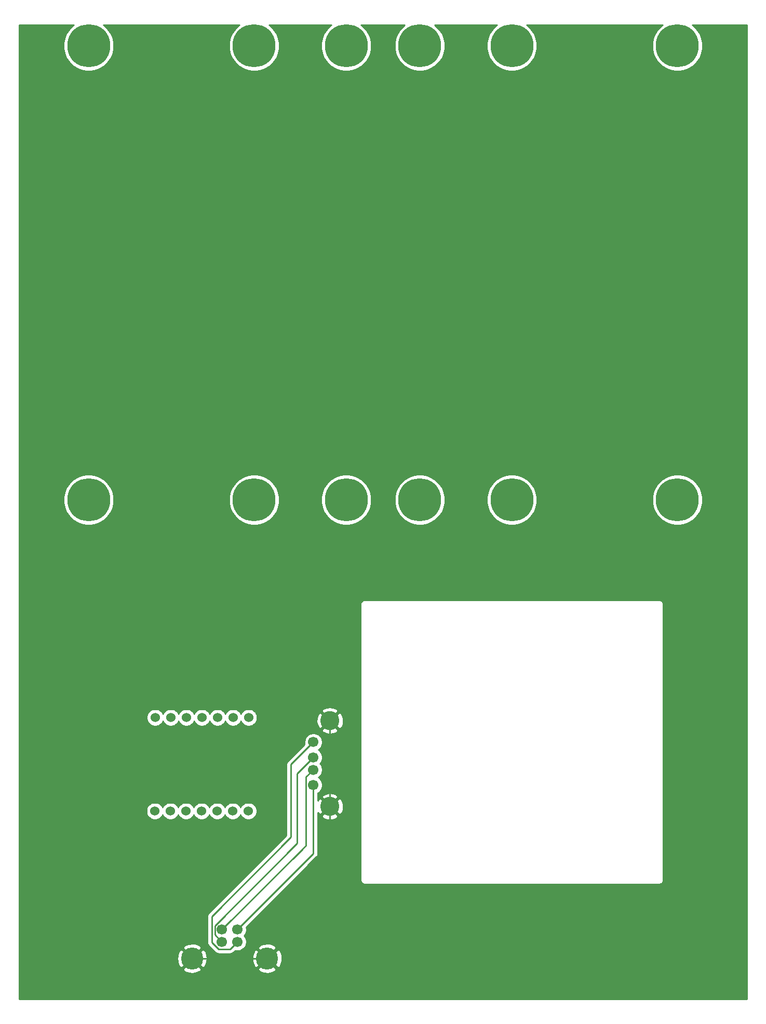
<source format=gtl>
%TF.GenerationSoftware,KiCad,Pcbnew,(5.1.9)-1*%
%TF.CreationDate,2022-01-10T15:29:55-07:00*%
%TF.ProjectId,PCB_01,5043425f-3031-42e6-9b69-6361645f7063,rev?*%
%TF.SameCoordinates,Original*%
%TF.FileFunction,Copper,L1,Top*%
%TF.FilePolarity,Positive*%
%FSLAX46Y46*%
G04 Gerber Fmt 4.6, Leading zero omitted, Abs format (unit mm)*
G04 Created by KiCad (PCBNEW (5.1.9)-1) date 2022-01-10 15:29:55*
%MOMM*%
%LPD*%
G01*
G04 APERTURE LIST*
%TA.AperFunction,ComponentPad*%
%ADD10C,3.600000*%
%TD*%
%TA.AperFunction,ComponentPad*%
%ADD11C,1.700000*%
%TD*%
%TA.AperFunction,ComponentPad*%
%ADD12C,7.000000*%
%TD*%
%TA.AperFunction,ComponentPad*%
%ADD13C,1.524000*%
%TD*%
%TA.AperFunction,ComponentPad*%
%ADD14C,3.100000*%
%TD*%
%TA.AperFunction,Conductor*%
%ADD15C,0.250000*%
%TD*%
%TA.AperFunction,Conductor*%
%ADD16C,0.254000*%
%TD*%
%TA.AperFunction,Conductor*%
%ADD17C,0.100000*%
%TD*%
G04 APERTURE END LIST*
D10*
%TO.P,CN1,5*%
%TO.N,GND*%
X41116000Y-152755000D03*
X28884000Y-152755000D03*
D11*
%TO.P,CN1,2*%
%TO.N,Net-(CN1-Pad2)*%
X33750000Y-148045000D03*
%TO.P,CN1,1*%
%TO.N,Net-(CN1-Pad1)*%
X36250000Y-148045000D03*
%TO.P,CN1,4*%
%TO.N,Net-(CN1-Pad4)*%
X36250000Y-150045000D03*
%TO.P,CN1,3*%
%TO.N,Net-(CN1-Pad3)*%
X33750000Y-150045000D03*
%TD*%
D12*
%TO.P,H1,1*%
%TO.N,N/C*%
X12000000Y-4000000D03*
%TD*%
%TO.P,H2,1*%
%TO.N,N/C*%
X39000000Y-4000000D03*
%TD*%
%TO.P,H3,1*%
%TO.N,N/C*%
X54000000Y-4000000D03*
%TD*%
%TO.P,H4,1*%
%TO.N,N/C*%
X66000000Y-4000000D03*
%TD*%
%TO.P,H5,1*%
%TO.N,N/C*%
X81000000Y-4000000D03*
%TD*%
%TO.P,H6,1*%
%TO.N,N/C*%
X108000000Y-4000000D03*
%TD*%
%TO.P,H7,1*%
%TO.N,N/C*%
X12000000Y-78000000D03*
%TD*%
%TO.P,H8,1*%
%TO.N,N/C*%
X39000000Y-78000000D03*
%TD*%
%TO.P,H9,1*%
%TO.N,N/C*%
X54000000Y-78000000D03*
%TD*%
%TO.P,H10,1*%
%TO.N,N/C*%
X66000000Y-78000000D03*
%TD*%
%TO.P,H11,1*%
%TO.N,N/C*%
X81000000Y-78000000D03*
%TD*%
%TO.P,H12,1*%
%TO.N,N/C*%
X108000000Y-78000000D03*
%TD*%
D13*
%TO.P,J1,1*%
%TO.N,Net-(J1-Pad1)*%
X22860000Y-113490000D03*
%TO.P,J1,2*%
%TO.N,Net-(J1-Pad2)*%
X25400000Y-113490000D03*
%TO.P,J1,3*%
%TO.N,Net-(J1-Pad3)*%
X27940000Y-113490000D03*
%TO.P,J1,4*%
%TO.N,Net-(J1-Pad4)*%
X30480000Y-113490000D03*
%TO.P,J1,5*%
%TO.N,Net-(J1-Pad5)*%
X33020000Y-113490000D03*
%TO.P,J1,6*%
%TO.N,Net-(J1-Pad6)*%
X35560000Y-113490000D03*
%TO.P,J1,7*%
%TO.N,Net-(J1-Pad7)*%
X38100000Y-113490000D03*
%TD*%
%TO.P,J2,7*%
%TO.N,Net-(J2-Pad7)*%
X38040000Y-128730000D03*
%TO.P,J2,6*%
%TO.N,Net-(J2-Pad6)*%
X35500000Y-128730000D03*
%TO.P,J2,5*%
%TO.N,Net-(J2-Pad5)*%
X32960000Y-128730000D03*
%TO.P,J2,4*%
%TO.N,Net-(J2-Pad4)*%
X30420000Y-128730000D03*
%TO.P,J2,3*%
%TO.N,Net-(J2-Pad3)*%
X27880000Y-128730000D03*
%TO.P,J2,2*%
%TO.N,Net-(J2-Pad2)*%
X25340000Y-128730000D03*
%TO.P,J2,1*%
%TO.N,Net-(J2-Pad1)*%
X22800000Y-128730000D03*
%TD*%
D11*
%TO.P,USB1,4*%
%TO.N,Net-(CN1-Pad4)*%
X48645000Y-117500000D03*
%TO.P,USB1,3*%
%TO.N,Net-(CN1-Pad3)*%
X48645000Y-120000000D03*
%TO.P,USB1,2*%
%TO.N,Net-(CN1-Pad2)*%
X48645000Y-122000000D03*
%TO.P,USB1,1*%
%TO.N,Net-(CN1-Pad1)*%
X48645000Y-124500000D03*
D14*
%TO.P,USB1,SH2*%
%TO.N,GND*%
X51355000Y-128000000D03*
%TO.P,USB1,SH1*%
X51355000Y-114000000D03*
%TD*%
D15*
%TO.N,GND*%
X51355000Y-114000000D02*
X51355000Y-128000000D01*
X51355000Y-142516000D02*
X41116000Y-152755000D01*
X51355000Y-128000000D02*
X51355000Y-142516000D01*
X41116000Y-152755000D02*
X28884000Y-152755000D01*
%TO.N,Net-(CN1-Pad2)*%
X33750000Y-148045000D02*
X46795000Y-135000000D01*
X47469999Y-134325001D02*
X46795000Y-135000000D01*
X47469999Y-123175001D02*
X47469999Y-134325001D01*
X48645000Y-122000000D02*
X47469999Y-123175001D01*
%TO.N,Net-(CN1-Pad1)*%
X48645000Y-135650000D02*
X36250000Y-148045000D01*
X48645000Y-124500000D02*
X48645000Y-135650000D01*
%TO.N,Net-(CN1-Pad4)*%
X45000000Y-121145000D02*
X48645000Y-117500000D01*
X45000000Y-133000000D02*
X45000000Y-121145000D01*
X32124990Y-145875010D02*
X45000000Y-133000000D01*
X33185999Y-151220001D02*
X32124990Y-150158992D01*
X35074999Y-151220001D02*
X33185999Y-151220001D01*
X32124990Y-150158992D02*
X32124990Y-145875010D01*
X36250000Y-150045000D02*
X35074999Y-151220001D01*
%TO.N,Net-(CN1-Pad3)*%
X32574999Y-148869999D02*
X32574999Y-147425001D01*
X33750000Y-150045000D02*
X32574999Y-148869999D01*
X32574999Y-147425001D02*
X46000000Y-134000000D01*
X46000000Y-122645000D02*
X48645000Y-120000000D01*
X46000000Y-134000000D02*
X46000000Y-122645000D01*
%TD*%
D16*
%TO.N,GND*%
X9364091Y-788136D02*
X8788136Y-1364091D01*
X8335611Y-2041343D01*
X8023906Y-2793865D01*
X7865000Y-3592738D01*
X7865000Y-4407262D01*
X8023906Y-5206135D01*
X8335611Y-5958657D01*
X8788136Y-6635909D01*
X9364091Y-7211864D01*
X10041343Y-7664389D01*
X10793865Y-7976094D01*
X11592738Y-8135000D01*
X12407262Y-8135000D01*
X13206135Y-7976094D01*
X13958657Y-7664389D01*
X14635909Y-7211864D01*
X15211864Y-6635909D01*
X15664389Y-5958657D01*
X15976094Y-5206135D01*
X16135000Y-4407262D01*
X16135000Y-3592738D01*
X15976094Y-2793865D01*
X15664389Y-2041343D01*
X15211864Y-1364091D01*
X14635909Y-788136D01*
X14444140Y-660000D01*
X36555860Y-660000D01*
X36364091Y-788136D01*
X35788136Y-1364091D01*
X35335611Y-2041343D01*
X35023906Y-2793865D01*
X34865000Y-3592738D01*
X34865000Y-4407262D01*
X35023906Y-5206135D01*
X35335611Y-5958657D01*
X35788136Y-6635909D01*
X36364091Y-7211864D01*
X37041343Y-7664389D01*
X37793865Y-7976094D01*
X38592738Y-8135000D01*
X39407262Y-8135000D01*
X40206135Y-7976094D01*
X40958657Y-7664389D01*
X41635909Y-7211864D01*
X42211864Y-6635909D01*
X42664389Y-5958657D01*
X42976094Y-5206135D01*
X43135000Y-4407262D01*
X43135000Y-3592738D01*
X42976094Y-2793865D01*
X42664389Y-2041343D01*
X42211864Y-1364091D01*
X41635909Y-788136D01*
X41444140Y-660000D01*
X51555860Y-660000D01*
X51364091Y-788136D01*
X50788136Y-1364091D01*
X50335611Y-2041343D01*
X50023906Y-2793865D01*
X49865000Y-3592738D01*
X49865000Y-4407262D01*
X50023906Y-5206135D01*
X50335611Y-5958657D01*
X50788136Y-6635909D01*
X51364091Y-7211864D01*
X52041343Y-7664389D01*
X52793865Y-7976094D01*
X53592738Y-8135000D01*
X54407262Y-8135000D01*
X55206135Y-7976094D01*
X55958657Y-7664389D01*
X56635909Y-7211864D01*
X57211864Y-6635909D01*
X57664389Y-5958657D01*
X57976094Y-5206135D01*
X58135000Y-4407262D01*
X58135000Y-3592738D01*
X57976094Y-2793865D01*
X57664389Y-2041343D01*
X57211864Y-1364091D01*
X56635909Y-788136D01*
X56444140Y-660000D01*
X63555860Y-660000D01*
X63364091Y-788136D01*
X62788136Y-1364091D01*
X62335611Y-2041343D01*
X62023906Y-2793865D01*
X61865000Y-3592738D01*
X61865000Y-4407262D01*
X62023906Y-5206135D01*
X62335611Y-5958657D01*
X62788136Y-6635909D01*
X63364091Y-7211864D01*
X64041343Y-7664389D01*
X64793865Y-7976094D01*
X65592738Y-8135000D01*
X66407262Y-8135000D01*
X67206135Y-7976094D01*
X67958657Y-7664389D01*
X68635909Y-7211864D01*
X69211864Y-6635909D01*
X69664389Y-5958657D01*
X69976094Y-5206135D01*
X70135000Y-4407262D01*
X70135000Y-3592738D01*
X69976094Y-2793865D01*
X69664389Y-2041343D01*
X69211864Y-1364091D01*
X68635909Y-788136D01*
X68444140Y-660000D01*
X78555860Y-660000D01*
X78364091Y-788136D01*
X77788136Y-1364091D01*
X77335611Y-2041343D01*
X77023906Y-2793865D01*
X76865000Y-3592738D01*
X76865000Y-4407262D01*
X77023906Y-5206135D01*
X77335611Y-5958657D01*
X77788136Y-6635909D01*
X78364091Y-7211864D01*
X79041343Y-7664389D01*
X79793865Y-7976094D01*
X80592738Y-8135000D01*
X81407262Y-8135000D01*
X82206135Y-7976094D01*
X82958657Y-7664389D01*
X83635909Y-7211864D01*
X84211864Y-6635909D01*
X84664389Y-5958657D01*
X84976094Y-5206135D01*
X85135000Y-4407262D01*
X85135000Y-3592738D01*
X84976094Y-2793865D01*
X84664389Y-2041343D01*
X84211864Y-1364091D01*
X83635909Y-788136D01*
X83444140Y-660000D01*
X105555860Y-660000D01*
X105364091Y-788136D01*
X104788136Y-1364091D01*
X104335611Y-2041343D01*
X104023906Y-2793865D01*
X103865000Y-3592738D01*
X103865000Y-4407262D01*
X104023906Y-5206135D01*
X104335611Y-5958657D01*
X104788136Y-6635909D01*
X105364091Y-7211864D01*
X106041343Y-7664389D01*
X106793865Y-7976094D01*
X107592738Y-8135000D01*
X108407262Y-8135000D01*
X109206135Y-7976094D01*
X109958657Y-7664389D01*
X110635909Y-7211864D01*
X111211864Y-6635909D01*
X111664389Y-5958657D01*
X111976094Y-5206135D01*
X112135000Y-4407262D01*
X112135000Y-3592738D01*
X111976094Y-2793865D01*
X111664389Y-2041343D01*
X111211864Y-1364091D01*
X110635909Y-788136D01*
X110444140Y-660000D01*
X119340000Y-660000D01*
X119340001Y-159340000D01*
X660000Y-159340000D01*
X660000Y-154460192D01*
X27358414Y-154460192D01*
X27550502Y-154806469D01*
X27976346Y-155027203D01*
X28437071Y-155160618D01*
X28914971Y-155201585D01*
X29391681Y-155148532D01*
X29848881Y-155003498D01*
X30217498Y-154806469D01*
X30409586Y-154460192D01*
X39590414Y-154460192D01*
X39782502Y-154806469D01*
X40208346Y-155027203D01*
X40669071Y-155160618D01*
X41146971Y-155201585D01*
X41623681Y-155148532D01*
X42080881Y-155003498D01*
X42449498Y-154806469D01*
X42641586Y-154460192D01*
X41116000Y-152934605D01*
X39590414Y-154460192D01*
X30409586Y-154460192D01*
X28884000Y-152934605D01*
X27358414Y-154460192D01*
X660000Y-154460192D01*
X660000Y-152785971D01*
X26437415Y-152785971D01*
X26490468Y-153262681D01*
X26635502Y-153719881D01*
X26832531Y-154088498D01*
X27178808Y-154280586D01*
X28704395Y-152755000D01*
X29063605Y-152755000D01*
X30589192Y-154280586D01*
X30935469Y-154088498D01*
X31156203Y-153662654D01*
X31289618Y-153201929D01*
X31325275Y-152785971D01*
X38669415Y-152785971D01*
X38722468Y-153262681D01*
X38867502Y-153719881D01*
X39064531Y-154088498D01*
X39410808Y-154280586D01*
X40936395Y-152755000D01*
X41295605Y-152755000D01*
X42821192Y-154280586D01*
X43167469Y-154088498D01*
X43388203Y-153662654D01*
X43521618Y-153201929D01*
X43562585Y-152724029D01*
X43509532Y-152247319D01*
X43364498Y-151790119D01*
X43167469Y-151421502D01*
X42821192Y-151229414D01*
X41295605Y-152755000D01*
X40936395Y-152755000D01*
X39410808Y-151229414D01*
X39064531Y-151421502D01*
X38843797Y-151847346D01*
X38710382Y-152308071D01*
X38669415Y-152785971D01*
X31325275Y-152785971D01*
X31330585Y-152724029D01*
X31277532Y-152247319D01*
X31132498Y-151790119D01*
X30935469Y-151421502D01*
X30589192Y-151229414D01*
X29063605Y-152755000D01*
X28704395Y-152755000D01*
X27178808Y-151229414D01*
X26832531Y-151421502D01*
X26611797Y-151847346D01*
X26478382Y-152308071D01*
X26437415Y-152785971D01*
X660000Y-152785971D01*
X660000Y-151049808D01*
X27358414Y-151049808D01*
X28884000Y-152575395D01*
X30409586Y-151049808D01*
X30217498Y-150703531D01*
X29791654Y-150482797D01*
X29330929Y-150349382D01*
X28853029Y-150308415D01*
X28376319Y-150361468D01*
X27919119Y-150506502D01*
X27550502Y-150703531D01*
X27358414Y-151049808D01*
X660000Y-151049808D01*
X660000Y-145875010D01*
X31361314Y-145875010D01*
X31364991Y-145912342D01*
X31364990Y-150121669D01*
X31361314Y-150158992D01*
X31364990Y-150196314D01*
X31364990Y-150196324D01*
X31375987Y-150307977D01*
X31419444Y-150451238D01*
X31490016Y-150583268D01*
X31491460Y-150585027D01*
X31584989Y-150698993D01*
X31613992Y-150722796D01*
X32622200Y-151731004D01*
X32645998Y-151760002D01*
X32761723Y-151854975D01*
X32893752Y-151925547D01*
X33037013Y-151969004D01*
X33148666Y-151980001D01*
X33148675Y-151980001D01*
X33185998Y-151983677D01*
X33223321Y-151980001D01*
X35037677Y-151980001D01*
X35074999Y-151983677D01*
X35112321Y-151980001D01*
X35112332Y-151980001D01*
X35223985Y-151969004D01*
X35367246Y-151925547D01*
X35499275Y-151854975D01*
X35615000Y-151760002D01*
X35638803Y-151730998D01*
X35883592Y-151486209D01*
X36103740Y-151530000D01*
X36396260Y-151530000D01*
X36683158Y-151472932D01*
X36953411Y-151360990D01*
X37196632Y-151198475D01*
X37345299Y-151049808D01*
X39590414Y-151049808D01*
X41116000Y-152575395D01*
X42641586Y-151049808D01*
X42449498Y-150703531D01*
X42023654Y-150482797D01*
X41562929Y-150349382D01*
X41085029Y-150308415D01*
X40608319Y-150361468D01*
X40151119Y-150506502D01*
X39782502Y-150703531D01*
X39590414Y-151049808D01*
X37345299Y-151049808D01*
X37403475Y-150991632D01*
X37565990Y-150748411D01*
X37677932Y-150478158D01*
X37735000Y-150191260D01*
X37735000Y-149898740D01*
X37677932Y-149611842D01*
X37565990Y-149341589D01*
X37403475Y-149098368D01*
X37350107Y-149045000D01*
X37403475Y-148991632D01*
X37565990Y-148748411D01*
X37677932Y-148478158D01*
X37735000Y-148191260D01*
X37735000Y-147898740D01*
X37691209Y-147678592D01*
X49156003Y-136213799D01*
X49185001Y-136190001D01*
X49211332Y-136157917D01*
X49279974Y-136074277D01*
X49350546Y-135942247D01*
X49394003Y-135798986D01*
X49405000Y-135687333D01*
X49405000Y-135687324D01*
X49408676Y-135650001D01*
X49405000Y-135612678D01*
X49405000Y-129527251D01*
X50007354Y-129527251D01*
X50169381Y-129847930D01*
X50552675Y-130043725D01*
X50966803Y-130160981D01*
X51395848Y-130195192D01*
X51823324Y-130145042D01*
X52232802Y-130012461D01*
X52540619Y-129847930D01*
X52702646Y-129527251D01*
X51355000Y-128179605D01*
X50007354Y-129527251D01*
X49405000Y-129527251D01*
X49405000Y-128994659D01*
X49507070Y-129185619D01*
X49827749Y-129347646D01*
X51175395Y-128000000D01*
X51534605Y-128000000D01*
X52882251Y-129347646D01*
X53202930Y-129185619D01*
X53398725Y-128802325D01*
X53515981Y-128388197D01*
X53550192Y-127959152D01*
X53500042Y-127531676D01*
X53367461Y-127122198D01*
X53202930Y-126814381D01*
X52882251Y-126652354D01*
X51534605Y-128000000D01*
X51175395Y-128000000D01*
X49827749Y-126652354D01*
X49507070Y-126814381D01*
X49405000Y-127014196D01*
X49405000Y-126472749D01*
X50007354Y-126472749D01*
X51355000Y-127820395D01*
X52702646Y-126472749D01*
X52540619Y-126152070D01*
X52157325Y-125956275D01*
X51743197Y-125839019D01*
X51314152Y-125804808D01*
X50886676Y-125854958D01*
X50477198Y-125987539D01*
X50169381Y-126152070D01*
X50007354Y-126472749D01*
X49405000Y-126472749D01*
X49405000Y-125778178D01*
X49591632Y-125653475D01*
X49798475Y-125446632D01*
X49960990Y-125203411D01*
X50072932Y-124933158D01*
X50130000Y-124646260D01*
X50130000Y-124353740D01*
X50072932Y-124066842D01*
X49960990Y-123796589D01*
X49798475Y-123553368D01*
X49591632Y-123346525D01*
X49447172Y-123250000D01*
X49591632Y-123153475D01*
X49798475Y-122946632D01*
X49960990Y-122703411D01*
X50072932Y-122433158D01*
X50130000Y-122146260D01*
X50130000Y-121853740D01*
X50072932Y-121566842D01*
X49960990Y-121296589D01*
X49798475Y-121053368D01*
X49745107Y-121000000D01*
X49798475Y-120946632D01*
X49960990Y-120703411D01*
X50072932Y-120433158D01*
X50130000Y-120146260D01*
X50130000Y-119853740D01*
X50072932Y-119566842D01*
X49960990Y-119296589D01*
X49798475Y-119053368D01*
X49591632Y-118846525D01*
X49447172Y-118750000D01*
X49591632Y-118653475D01*
X49798475Y-118446632D01*
X49960990Y-118203411D01*
X50072932Y-117933158D01*
X50130000Y-117646260D01*
X50130000Y-117353740D01*
X50072932Y-117066842D01*
X49960990Y-116796589D01*
X49798475Y-116553368D01*
X49591632Y-116346525D01*
X49348411Y-116184010D01*
X49078158Y-116072068D01*
X48791260Y-116015000D01*
X48498740Y-116015000D01*
X48211842Y-116072068D01*
X47941589Y-116184010D01*
X47698368Y-116346525D01*
X47491525Y-116553368D01*
X47329010Y-116796589D01*
X47217068Y-117066842D01*
X47160000Y-117353740D01*
X47160000Y-117646260D01*
X47203790Y-117866407D01*
X44488998Y-120581201D01*
X44460000Y-120604999D01*
X44436202Y-120633997D01*
X44436201Y-120633998D01*
X44365026Y-120720724D01*
X44294454Y-120852754D01*
X44250998Y-120996015D01*
X44236324Y-121145000D01*
X44240001Y-121182332D01*
X44240000Y-132685198D01*
X31613988Y-145311211D01*
X31584990Y-145335009D01*
X31561192Y-145364007D01*
X31561191Y-145364008D01*
X31490016Y-145450734D01*
X31419444Y-145582764D01*
X31375988Y-145726025D01*
X31361314Y-145875010D01*
X660000Y-145875010D01*
X660000Y-128592408D01*
X21403000Y-128592408D01*
X21403000Y-128867592D01*
X21456686Y-129137490D01*
X21561995Y-129391727D01*
X21714880Y-129620535D01*
X21909465Y-129815120D01*
X22138273Y-129968005D01*
X22392510Y-130073314D01*
X22662408Y-130127000D01*
X22937592Y-130127000D01*
X23207490Y-130073314D01*
X23461727Y-129968005D01*
X23690535Y-129815120D01*
X23885120Y-129620535D01*
X24038005Y-129391727D01*
X24070000Y-129314485D01*
X24101995Y-129391727D01*
X24254880Y-129620535D01*
X24449465Y-129815120D01*
X24678273Y-129968005D01*
X24932510Y-130073314D01*
X25202408Y-130127000D01*
X25477592Y-130127000D01*
X25747490Y-130073314D01*
X26001727Y-129968005D01*
X26230535Y-129815120D01*
X26425120Y-129620535D01*
X26578005Y-129391727D01*
X26610000Y-129314485D01*
X26641995Y-129391727D01*
X26794880Y-129620535D01*
X26989465Y-129815120D01*
X27218273Y-129968005D01*
X27472510Y-130073314D01*
X27742408Y-130127000D01*
X28017592Y-130127000D01*
X28287490Y-130073314D01*
X28541727Y-129968005D01*
X28770535Y-129815120D01*
X28965120Y-129620535D01*
X29118005Y-129391727D01*
X29150000Y-129314485D01*
X29181995Y-129391727D01*
X29334880Y-129620535D01*
X29529465Y-129815120D01*
X29758273Y-129968005D01*
X30012510Y-130073314D01*
X30282408Y-130127000D01*
X30557592Y-130127000D01*
X30827490Y-130073314D01*
X31081727Y-129968005D01*
X31310535Y-129815120D01*
X31505120Y-129620535D01*
X31658005Y-129391727D01*
X31690000Y-129314485D01*
X31721995Y-129391727D01*
X31874880Y-129620535D01*
X32069465Y-129815120D01*
X32298273Y-129968005D01*
X32552510Y-130073314D01*
X32822408Y-130127000D01*
X33097592Y-130127000D01*
X33367490Y-130073314D01*
X33621727Y-129968005D01*
X33850535Y-129815120D01*
X34045120Y-129620535D01*
X34198005Y-129391727D01*
X34230000Y-129314485D01*
X34261995Y-129391727D01*
X34414880Y-129620535D01*
X34609465Y-129815120D01*
X34838273Y-129968005D01*
X35092510Y-130073314D01*
X35362408Y-130127000D01*
X35637592Y-130127000D01*
X35907490Y-130073314D01*
X36161727Y-129968005D01*
X36390535Y-129815120D01*
X36585120Y-129620535D01*
X36738005Y-129391727D01*
X36770000Y-129314485D01*
X36801995Y-129391727D01*
X36954880Y-129620535D01*
X37149465Y-129815120D01*
X37378273Y-129968005D01*
X37632510Y-130073314D01*
X37902408Y-130127000D01*
X38177592Y-130127000D01*
X38447490Y-130073314D01*
X38701727Y-129968005D01*
X38930535Y-129815120D01*
X39125120Y-129620535D01*
X39278005Y-129391727D01*
X39383314Y-129137490D01*
X39437000Y-128867592D01*
X39437000Y-128592408D01*
X39383314Y-128322510D01*
X39278005Y-128068273D01*
X39125120Y-127839465D01*
X38930535Y-127644880D01*
X38701727Y-127491995D01*
X38447490Y-127386686D01*
X38177592Y-127333000D01*
X37902408Y-127333000D01*
X37632510Y-127386686D01*
X37378273Y-127491995D01*
X37149465Y-127644880D01*
X36954880Y-127839465D01*
X36801995Y-128068273D01*
X36770000Y-128145515D01*
X36738005Y-128068273D01*
X36585120Y-127839465D01*
X36390535Y-127644880D01*
X36161727Y-127491995D01*
X35907490Y-127386686D01*
X35637592Y-127333000D01*
X35362408Y-127333000D01*
X35092510Y-127386686D01*
X34838273Y-127491995D01*
X34609465Y-127644880D01*
X34414880Y-127839465D01*
X34261995Y-128068273D01*
X34230000Y-128145515D01*
X34198005Y-128068273D01*
X34045120Y-127839465D01*
X33850535Y-127644880D01*
X33621727Y-127491995D01*
X33367490Y-127386686D01*
X33097592Y-127333000D01*
X32822408Y-127333000D01*
X32552510Y-127386686D01*
X32298273Y-127491995D01*
X32069465Y-127644880D01*
X31874880Y-127839465D01*
X31721995Y-128068273D01*
X31690000Y-128145515D01*
X31658005Y-128068273D01*
X31505120Y-127839465D01*
X31310535Y-127644880D01*
X31081727Y-127491995D01*
X30827490Y-127386686D01*
X30557592Y-127333000D01*
X30282408Y-127333000D01*
X30012510Y-127386686D01*
X29758273Y-127491995D01*
X29529465Y-127644880D01*
X29334880Y-127839465D01*
X29181995Y-128068273D01*
X29150000Y-128145515D01*
X29118005Y-128068273D01*
X28965120Y-127839465D01*
X28770535Y-127644880D01*
X28541727Y-127491995D01*
X28287490Y-127386686D01*
X28017592Y-127333000D01*
X27742408Y-127333000D01*
X27472510Y-127386686D01*
X27218273Y-127491995D01*
X26989465Y-127644880D01*
X26794880Y-127839465D01*
X26641995Y-128068273D01*
X26610000Y-128145515D01*
X26578005Y-128068273D01*
X26425120Y-127839465D01*
X26230535Y-127644880D01*
X26001727Y-127491995D01*
X25747490Y-127386686D01*
X25477592Y-127333000D01*
X25202408Y-127333000D01*
X24932510Y-127386686D01*
X24678273Y-127491995D01*
X24449465Y-127644880D01*
X24254880Y-127839465D01*
X24101995Y-128068273D01*
X24070000Y-128145515D01*
X24038005Y-128068273D01*
X23885120Y-127839465D01*
X23690535Y-127644880D01*
X23461727Y-127491995D01*
X23207490Y-127386686D01*
X22937592Y-127333000D01*
X22662408Y-127333000D01*
X22392510Y-127386686D01*
X22138273Y-127491995D01*
X21909465Y-127644880D01*
X21714880Y-127839465D01*
X21561995Y-128068273D01*
X21456686Y-128322510D01*
X21403000Y-128592408D01*
X660000Y-128592408D01*
X660000Y-115527251D01*
X50007354Y-115527251D01*
X50169381Y-115847930D01*
X50552675Y-116043725D01*
X50966803Y-116160981D01*
X51395848Y-116195192D01*
X51823324Y-116145042D01*
X52232802Y-116012461D01*
X52540619Y-115847930D01*
X52702646Y-115527251D01*
X51355000Y-114179605D01*
X50007354Y-115527251D01*
X660000Y-115527251D01*
X660000Y-113352408D01*
X21463000Y-113352408D01*
X21463000Y-113627592D01*
X21516686Y-113897490D01*
X21621995Y-114151727D01*
X21774880Y-114380535D01*
X21969465Y-114575120D01*
X22198273Y-114728005D01*
X22452510Y-114833314D01*
X22722408Y-114887000D01*
X22997592Y-114887000D01*
X23267490Y-114833314D01*
X23521727Y-114728005D01*
X23750535Y-114575120D01*
X23945120Y-114380535D01*
X24098005Y-114151727D01*
X24130000Y-114074485D01*
X24161995Y-114151727D01*
X24314880Y-114380535D01*
X24509465Y-114575120D01*
X24738273Y-114728005D01*
X24992510Y-114833314D01*
X25262408Y-114887000D01*
X25537592Y-114887000D01*
X25807490Y-114833314D01*
X26061727Y-114728005D01*
X26290535Y-114575120D01*
X26485120Y-114380535D01*
X26638005Y-114151727D01*
X26670000Y-114074485D01*
X26701995Y-114151727D01*
X26854880Y-114380535D01*
X27049465Y-114575120D01*
X27278273Y-114728005D01*
X27532510Y-114833314D01*
X27802408Y-114887000D01*
X28077592Y-114887000D01*
X28347490Y-114833314D01*
X28601727Y-114728005D01*
X28830535Y-114575120D01*
X29025120Y-114380535D01*
X29178005Y-114151727D01*
X29210000Y-114074485D01*
X29241995Y-114151727D01*
X29394880Y-114380535D01*
X29589465Y-114575120D01*
X29818273Y-114728005D01*
X30072510Y-114833314D01*
X30342408Y-114887000D01*
X30617592Y-114887000D01*
X30887490Y-114833314D01*
X31141727Y-114728005D01*
X31370535Y-114575120D01*
X31565120Y-114380535D01*
X31718005Y-114151727D01*
X31750000Y-114074485D01*
X31781995Y-114151727D01*
X31934880Y-114380535D01*
X32129465Y-114575120D01*
X32358273Y-114728005D01*
X32612510Y-114833314D01*
X32882408Y-114887000D01*
X33157592Y-114887000D01*
X33427490Y-114833314D01*
X33681727Y-114728005D01*
X33910535Y-114575120D01*
X34105120Y-114380535D01*
X34258005Y-114151727D01*
X34290000Y-114074485D01*
X34321995Y-114151727D01*
X34474880Y-114380535D01*
X34669465Y-114575120D01*
X34898273Y-114728005D01*
X35152510Y-114833314D01*
X35422408Y-114887000D01*
X35697592Y-114887000D01*
X35967490Y-114833314D01*
X36221727Y-114728005D01*
X36450535Y-114575120D01*
X36645120Y-114380535D01*
X36798005Y-114151727D01*
X36830000Y-114074485D01*
X36861995Y-114151727D01*
X37014880Y-114380535D01*
X37209465Y-114575120D01*
X37438273Y-114728005D01*
X37692510Y-114833314D01*
X37962408Y-114887000D01*
X38237592Y-114887000D01*
X38507490Y-114833314D01*
X38761727Y-114728005D01*
X38990535Y-114575120D01*
X39185120Y-114380535D01*
X39338005Y-114151727D01*
X39383932Y-114040848D01*
X49159808Y-114040848D01*
X49209958Y-114468324D01*
X49342539Y-114877802D01*
X49507070Y-115185619D01*
X49827749Y-115347646D01*
X51175395Y-114000000D01*
X51534605Y-114000000D01*
X52882251Y-115347646D01*
X53202930Y-115185619D01*
X53398725Y-114802325D01*
X53515981Y-114388197D01*
X53550192Y-113959152D01*
X53500042Y-113531676D01*
X53367461Y-113122198D01*
X53202930Y-112814381D01*
X52882251Y-112652354D01*
X51534605Y-114000000D01*
X51175395Y-114000000D01*
X49827749Y-112652354D01*
X49507070Y-112814381D01*
X49311275Y-113197675D01*
X49194019Y-113611803D01*
X49159808Y-114040848D01*
X39383932Y-114040848D01*
X39443314Y-113897490D01*
X39497000Y-113627592D01*
X39497000Y-113352408D01*
X39443314Y-113082510D01*
X39338005Y-112828273D01*
X39185120Y-112599465D01*
X39058404Y-112472749D01*
X50007354Y-112472749D01*
X51355000Y-113820395D01*
X52702646Y-112472749D01*
X52540619Y-112152070D01*
X52157325Y-111956275D01*
X51743197Y-111839019D01*
X51314152Y-111804808D01*
X50886676Y-111854958D01*
X50477198Y-111987539D01*
X50169381Y-112152070D01*
X50007354Y-112472749D01*
X39058404Y-112472749D01*
X38990535Y-112404880D01*
X38761727Y-112251995D01*
X38507490Y-112146686D01*
X38237592Y-112093000D01*
X37962408Y-112093000D01*
X37692510Y-112146686D01*
X37438273Y-112251995D01*
X37209465Y-112404880D01*
X37014880Y-112599465D01*
X36861995Y-112828273D01*
X36830000Y-112905515D01*
X36798005Y-112828273D01*
X36645120Y-112599465D01*
X36450535Y-112404880D01*
X36221727Y-112251995D01*
X35967490Y-112146686D01*
X35697592Y-112093000D01*
X35422408Y-112093000D01*
X35152510Y-112146686D01*
X34898273Y-112251995D01*
X34669465Y-112404880D01*
X34474880Y-112599465D01*
X34321995Y-112828273D01*
X34290000Y-112905515D01*
X34258005Y-112828273D01*
X34105120Y-112599465D01*
X33910535Y-112404880D01*
X33681727Y-112251995D01*
X33427490Y-112146686D01*
X33157592Y-112093000D01*
X32882408Y-112093000D01*
X32612510Y-112146686D01*
X32358273Y-112251995D01*
X32129465Y-112404880D01*
X31934880Y-112599465D01*
X31781995Y-112828273D01*
X31750000Y-112905515D01*
X31718005Y-112828273D01*
X31565120Y-112599465D01*
X31370535Y-112404880D01*
X31141727Y-112251995D01*
X30887490Y-112146686D01*
X30617592Y-112093000D01*
X30342408Y-112093000D01*
X30072510Y-112146686D01*
X29818273Y-112251995D01*
X29589465Y-112404880D01*
X29394880Y-112599465D01*
X29241995Y-112828273D01*
X29210000Y-112905515D01*
X29178005Y-112828273D01*
X29025120Y-112599465D01*
X28830535Y-112404880D01*
X28601727Y-112251995D01*
X28347490Y-112146686D01*
X28077592Y-112093000D01*
X27802408Y-112093000D01*
X27532510Y-112146686D01*
X27278273Y-112251995D01*
X27049465Y-112404880D01*
X26854880Y-112599465D01*
X26701995Y-112828273D01*
X26670000Y-112905515D01*
X26638005Y-112828273D01*
X26485120Y-112599465D01*
X26290535Y-112404880D01*
X26061727Y-112251995D01*
X25807490Y-112146686D01*
X25537592Y-112093000D01*
X25262408Y-112093000D01*
X24992510Y-112146686D01*
X24738273Y-112251995D01*
X24509465Y-112404880D01*
X24314880Y-112599465D01*
X24161995Y-112828273D01*
X24130000Y-112905515D01*
X24098005Y-112828273D01*
X23945120Y-112599465D01*
X23750535Y-112404880D01*
X23521727Y-112251995D01*
X23267490Y-112146686D01*
X22997592Y-112093000D01*
X22722408Y-112093000D01*
X22452510Y-112146686D01*
X22198273Y-112251995D01*
X21969465Y-112404880D01*
X21774880Y-112599465D01*
X21621995Y-112828273D01*
X21516686Y-113082510D01*
X21463000Y-113352408D01*
X660000Y-113352408D01*
X660000Y-95000000D01*
X56336807Y-95000000D01*
X56340000Y-95032419D01*
X56340001Y-139967571D01*
X56336807Y-140000000D01*
X56349550Y-140129383D01*
X56387290Y-140253793D01*
X56448575Y-140368450D01*
X56531052Y-140468948D01*
X56631550Y-140551425D01*
X56746207Y-140612710D01*
X56870617Y-140650450D01*
X56967581Y-140660000D01*
X57000000Y-140663193D01*
X57032419Y-140660000D01*
X104967581Y-140660000D01*
X105000000Y-140663193D01*
X105032419Y-140660000D01*
X105129383Y-140650450D01*
X105253793Y-140612710D01*
X105368450Y-140551425D01*
X105468948Y-140468948D01*
X105551425Y-140368450D01*
X105612710Y-140253793D01*
X105650450Y-140129383D01*
X105663193Y-140000000D01*
X105660000Y-139967581D01*
X105660000Y-95032419D01*
X105663193Y-95000000D01*
X105650450Y-94870617D01*
X105612710Y-94746207D01*
X105551425Y-94631550D01*
X105468948Y-94531052D01*
X105368450Y-94448575D01*
X105253793Y-94387290D01*
X105129383Y-94349550D01*
X105032419Y-94340000D01*
X105000000Y-94336807D01*
X104967581Y-94340000D01*
X57032419Y-94340000D01*
X57000000Y-94336807D01*
X56967581Y-94340000D01*
X56870617Y-94349550D01*
X56746207Y-94387290D01*
X56631550Y-94448575D01*
X56531052Y-94531052D01*
X56448575Y-94631550D01*
X56387290Y-94746207D01*
X56349550Y-94870617D01*
X56336807Y-95000000D01*
X660000Y-95000000D01*
X660000Y-77592738D01*
X7865000Y-77592738D01*
X7865000Y-78407262D01*
X8023906Y-79206135D01*
X8335611Y-79958657D01*
X8788136Y-80635909D01*
X9364091Y-81211864D01*
X10041343Y-81664389D01*
X10793865Y-81976094D01*
X11592738Y-82135000D01*
X12407262Y-82135000D01*
X13206135Y-81976094D01*
X13958657Y-81664389D01*
X14635909Y-81211864D01*
X15211864Y-80635909D01*
X15664389Y-79958657D01*
X15976094Y-79206135D01*
X16135000Y-78407262D01*
X16135000Y-77592738D01*
X34865000Y-77592738D01*
X34865000Y-78407262D01*
X35023906Y-79206135D01*
X35335611Y-79958657D01*
X35788136Y-80635909D01*
X36364091Y-81211864D01*
X37041343Y-81664389D01*
X37793865Y-81976094D01*
X38592738Y-82135000D01*
X39407262Y-82135000D01*
X40206135Y-81976094D01*
X40958657Y-81664389D01*
X41635909Y-81211864D01*
X42211864Y-80635909D01*
X42664389Y-79958657D01*
X42976094Y-79206135D01*
X43135000Y-78407262D01*
X43135000Y-77592738D01*
X49865000Y-77592738D01*
X49865000Y-78407262D01*
X50023906Y-79206135D01*
X50335611Y-79958657D01*
X50788136Y-80635909D01*
X51364091Y-81211864D01*
X52041343Y-81664389D01*
X52793865Y-81976094D01*
X53592738Y-82135000D01*
X54407262Y-82135000D01*
X55206135Y-81976094D01*
X55958657Y-81664389D01*
X56635909Y-81211864D01*
X57211864Y-80635909D01*
X57664389Y-79958657D01*
X57976094Y-79206135D01*
X58135000Y-78407262D01*
X58135000Y-77592738D01*
X61865000Y-77592738D01*
X61865000Y-78407262D01*
X62023906Y-79206135D01*
X62335611Y-79958657D01*
X62788136Y-80635909D01*
X63364091Y-81211864D01*
X64041343Y-81664389D01*
X64793865Y-81976094D01*
X65592738Y-82135000D01*
X66407262Y-82135000D01*
X67206135Y-81976094D01*
X67958657Y-81664389D01*
X68635909Y-81211864D01*
X69211864Y-80635909D01*
X69664389Y-79958657D01*
X69976094Y-79206135D01*
X70135000Y-78407262D01*
X70135000Y-77592738D01*
X76865000Y-77592738D01*
X76865000Y-78407262D01*
X77023906Y-79206135D01*
X77335611Y-79958657D01*
X77788136Y-80635909D01*
X78364091Y-81211864D01*
X79041343Y-81664389D01*
X79793865Y-81976094D01*
X80592738Y-82135000D01*
X81407262Y-82135000D01*
X82206135Y-81976094D01*
X82958657Y-81664389D01*
X83635909Y-81211864D01*
X84211864Y-80635909D01*
X84664389Y-79958657D01*
X84976094Y-79206135D01*
X85135000Y-78407262D01*
X85135000Y-77592738D01*
X103865000Y-77592738D01*
X103865000Y-78407262D01*
X104023906Y-79206135D01*
X104335611Y-79958657D01*
X104788136Y-80635909D01*
X105364091Y-81211864D01*
X106041343Y-81664389D01*
X106793865Y-81976094D01*
X107592738Y-82135000D01*
X108407262Y-82135000D01*
X109206135Y-81976094D01*
X109958657Y-81664389D01*
X110635909Y-81211864D01*
X111211864Y-80635909D01*
X111664389Y-79958657D01*
X111976094Y-79206135D01*
X112135000Y-78407262D01*
X112135000Y-77592738D01*
X111976094Y-76793865D01*
X111664389Y-76041343D01*
X111211864Y-75364091D01*
X110635909Y-74788136D01*
X109958657Y-74335611D01*
X109206135Y-74023906D01*
X108407262Y-73865000D01*
X107592738Y-73865000D01*
X106793865Y-74023906D01*
X106041343Y-74335611D01*
X105364091Y-74788136D01*
X104788136Y-75364091D01*
X104335611Y-76041343D01*
X104023906Y-76793865D01*
X103865000Y-77592738D01*
X85135000Y-77592738D01*
X84976094Y-76793865D01*
X84664389Y-76041343D01*
X84211864Y-75364091D01*
X83635909Y-74788136D01*
X82958657Y-74335611D01*
X82206135Y-74023906D01*
X81407262Y-73865000D01*
X80592738Y-73865000D01*
X79793865Y-74023906D01*
X79041343Y-74335611D01*
X78364091Y-74788136D01*
X77788136Y-75364091D01*
X77335611Y-76041343D01*
X77023906Y-76793865D01*
X76865000Y-77592738D01*
X70135000Y-77592738D01*
X69976094Y-76793865D01*
X69664389Y-76041343D01*
X69211864Y-75364091D01*
X68635909Y-74788136D01*
X67958657Y-74335611D01*
X67206135Y-74023906D01*
X66407262Y-73865000D01*
X65592738Y-73865000D01*
X64793865Y-74023906D01*
X64041343Y-74335611D01*
X63364091Y-74788136D01*
X62788136Y-75364091D01*
X62335611Y-76041343D01*
X62023906Y-76793865D01*
X61865000Y-77592738D01*
X58135000Y-77592738D01*
X57976094Y-76793865D01*
X57664389Y-76041343D01*
X57211864Y-75364091D01*
X56635909Y-74788136D01*
X55958657Y-74335611D01*
X55206135Y-74023906D01*
X54407262Y-73865000D01*
X53592738Y-73865000D01*
X52793865Y-74023906D01*
X52041343Y-74335611D01*
X51364091Y-74788136D01*
X50788136Y-75364091D01*
X50335611Y-76041343D01*
X50023906Y-76793865D01*
X49865000Y-77592738D01*
X43135000Y-77592738D01*
X42976094Y-76793865D01*
X42664389Y-76041343D01*
X42211864Y-75364091D01*
X41635909Y-74788136D01*
X40958657Y-74335611D01*
X40206135Y-74023906D01*
X39407262Y-73865000D01*
X38592738Y-73865000D01*
X37793865Y-74023906D01*
X37041343Y-74335611D01*
X36364091Y-74788136D01*
X35788136Y-75364091D01*
X35335611Y-76041343D01*
X35023906Y-76793865D01*
X34865000Y-77592738D01*
X16135000Y-77592738D01*
X15976094Y-76793865D01*
X15664389Y-76041343D01*
X15211864Y-75364091D01*
X14635909Y-74788136D01*
X13958657Y-74335611D01*
X13206135Y-74023906D01*
X12407262Y-73865000D01*
X11592738Y-73865000D01*
X10793865Y-74023906D01*
X10041343Y-74335611D01*
X9364091Y-74788136D01*
X8788136Y-75364091D01*
X8335611Y-76041343D01*
X8023906Y-76793865D01*
X7865000Y-77592738D01*
X660000Y-77592738D01*
X660000Y-660000D01*
X9555860Y-660000D01*
X9364091Y-788136D01*
%TA.AperFunction,Conductor*%
D17*
G36*
X9364091Y-788136D02*
G01*
X8788136Y-1364091D01*
X8335611Y-2041343D01*
X8023906Y-2793865D01*
X7865000Y-3592738D01*
X7865000Y-4407262D01*
X8023906Y-5206135D01*
X8335611Y-5958657D01*
X8788136Y-6635909D01*
X9364091Y-7211864D01*
X10041343Y-7664389D01*
X10793865Y-7976094D01*
X11592738Y-8135000D01*
X12407262Y-8135000D01*
X13206135Y-7976094D01*
X13958657Y-7664389D01*
X14635909Y-7211864D01*
X15211864Y-6635909D01*
X15664389Y-5958657D01*
X15976094Y-5206135D01*
X16135000Y-4407262D01*
X16135000Y-3592738D01*
X15976094Y-2793865D01*
X15664389Y-2041343D01*
X15211864Y-1364091D01*
X14635909Y-788136D01*
X14444140Y-660000D01*
X36555860Y-660000D01*
X36364091Y-788136D01*
X35788136Y-1364091D01*
X35335611Y-2041343D01*
X35023906Y-2793865D01*
X34865000Y-3592738D01*
X34865000Y-4407262D01*
X35023906Y-5206135D01*
X35335611Y-5958657D01*
X35788136Y-6635909D01*
X36364091Y-7211864D01*
X37041343Y-7664389D01*
X37793865Y-7976094D01*
X38592738Y-8135000D01*
X39407262Y-8135000D01*
X40206135Y-7976094D01*
X40958657Y-7664389D01*
X41635909Y-7211864D01*
X42211864Y-6635909D01*
X42664389Y-5958657D01*
X42976094Y-5206135D01*
X43135000Y-4407262D01*
X43135000Y-3592738D01*
X42976094Y-2793865D01*
X42664389Y-2041343D01*
X42211864Y-1364091D01*
X41635909Y-788136D01*
X41444140Y-660000D01*
X51555860Y-660000D01*
X51364091Y-788136D01*
X50788136Y-1364091D01*
X50335611Y-2041343D01*
X50023906Y-2793865D01*
X49865000Y-3592738D01*
X49865000Y-4407262D01*
X50023906Y-5206135D01*
X50335611Y-5958657D01*
X50788136Y-6635909D01*
X51364091Y-7211864D01*
X52041343Y-7664389D01*
X52793865Y-7976094D01*
X53592738Y-8135000D01*
X54407262Y-8135000D01*
X55206135Y-7976094D01*
X55958657Y-7664389D01*
X56635909Y-7211864D01*
X57211864Y-6635909D01*
X57664389Y-5958657D01*
X57976094Y-5206135D01*
X58135000Y-4407262D01*
X58135000Y-3592738D01*
X57976094Y-2793865D01*
X57664389Y-2041343D01*
X57211864Y-1364091D01*
X56635909Y-788136D01*
X56444140Y-660000D01*
X63555860Y-660000D01*
X63364091Y-788136D01*
X62788136Y-1364091D01*
X62335611Y-2041343D01*
X62023906Y-2793865D01*
X61865000Y-3592738D01*
X61865000Y-4407262D01*
X62023906Y-5206135D01*
X62335611Y-5958657D01*
X62788136Y-6635909D01*
X63364091Y-7211864D01*
X64041343Y-7664389D01*
X64793865Y-7976094D01*
X65592738Y-8135000D01*
X66407262Y-8135000D01*
X67206135Y-7976094D01*
X67958657Y-7664389D01*
X68635909Y-7211864D01*
X69211864Y-6635909D01*
X69664389Y-5958657D01*
X69976094Y-5206135D01*
X70135000Y-4407262D01*
X70135000Y-3592738D01*
X69976094Y-2793865D01*
X69664389Y-2041343D01*
X69211864Y-1364091D01*
X68635909Y-788136D01*
X68444140Y-660000D01*
X78555860Y-660000D01*
X78364091Y-788136D01*
X77788136Y-1364091D01*
X77335611Y-2041343D01*
X77023906Y-2793865D01*
X76865000Y-3592738D01*
X76865000Y-4407262D01*
X77023906Y-5206135D01*
X77335611Y-5958657D01*
X77788136Y-6635909D01*
X78364091Y-7211864D01*
X79041343Y-7664389D01*
X79793865Y-7976094D01*
X80592738Y-8135000D01*
X81407262Y-8135000D01*
X82206135Y-7976094D01*
X82958657Y-7664389D01*
X83635909Y-7211864D01*
X84211864Y-6635909D01*
X84664389Y-5958657D01*
X84976094Y-5206135D01*
X85135000Y-4407262D01*
X85135000Y-3592738D01*
X84976094Y-2793865D01*
X84664389Y-2041343D01*
X84211864Y-1364091D01*
X83635909Y-788136D01*
X83444140Y-660000D01*
X105555860Y-660000D01*
X105364091Y-788136D01*
X104788136Y-1364091D01*
X104335611Y-2041343D01*
X104023906Y-2793865D01*
X103865000Y-3592738D01*
X103865000Y-4407262D01*
X104023906Y-5206135D01*
X104335611Y-5958657D01*
X104788136Y-6635909D01*
X105364091Y-7211864D01*
X106041343Y-7664389D01*
X106793865Y-7976094D01*
X107592738Y-8135000D01*
X108407262Y-8135000D01*
X109206135Y-7976094D01*
X109958657Y-7664389D01*
X110635909Y-7211864D01*
X111211864Y-6635909D01*
X111664389Y-5958657D01*
X111976094Y-5206135D01*
X112135000Y-4407262D01*
X112135000Y-3592738D01*
X111976094Y-2793865D01*
X111664389Y-2041343D01*
X111211864Y-1364091D01*
X110635909Y-788136D01*
X110444140Y-660000D01*
X119340000Y-660000D01*
X119340001Y-159340000D01*
X660000Y-159340000D01*
X660000Y-154460192D01*
X27358414Y-154460192D01*
X27550502Y-154806469D01*
X27976346Y-155027203D01*
X28437071Y-155160618D01*
X28914971Y-155201585D01*
X29391681Y-155148532D01*
X29848881Y-155003498D01*
X30217498Y-154806469D01*
X30409586Y-154460192D01*
X39590414Y-154460192D01*
X39782502Y-154806469D01*
X40208346Y-155027203D01*
X40669071Y-155160618D01*
X41146971Y-155201585D01*
X41623681Y-155148532D01*
X42080881Y-155003498D01*
X42449498Y-154806469D01*
X42641586Y-154460192D01*
X41116000Y-152934605D01*
X39590414Y-154460192D01*
X30409586Y-154460192D01*
X28884000Y-152934605D01*
X27358414Y-154460192D01*
X660000Y-154460192D01*
X660000Y-152785971D01*
X26437415Y-152785971D01*
X26490468Y-153262681D01*
X26635502Y-153719881D01*
X26832531Y-154088498D01*
X27178808Y-154280586D01*
X28704395Y-152755000D01*
X29063605Y-152755000D01*
X30589192Y-154280586D01*
X30935469Y-154088498D01*
X31156203Y-153662654D01*
X31289618Y-153201929D01*
X31325275Y-152785971D01*
X38669415Y-152785971D01*
X38722468Y-153262681D01*
X38867502Y-153719881D01*
X39064531Y-154088498D01*
X39410808Y-154280586D01*
X40936395Y-152755000D01*
X41295605Y-152755000D01*
X42821192Y-154280586D01*
X43167469Y-154088498D01*
X43388203Y-153662654D01*
X43521618Y-153201929D01*
X43562585Y-152724029D01*
X43509532Y-152247319D01*
X43364498Y-151790119D01*
X43167469Y-151421502D01*
X42821192Y-151229414D01*
X41295605Y-152755000D01*
X40936395Y-152755000D01*
X39410808Y-151229414D01*
X39064531Y-151421502D01*
X38843797Y-151847346D01*
X38710382Y-152308071D01*
X38669415Y-152785971D01*
X31325275Y-152785971D01*
X31330585Y-152724029D01*
X31277532Y-152247319D01*
X31132498Y-151790119D01*
X30935469Y-151421502D01*
X30589192Y-151229414D01*
X29063605Y-152755000D01*
X28704395Y-152755000D01*
X27178808Y-151229414D01*
X26832531Y-151421502D01*
X26611797Y-151847346D01*
X26478382Y-152308071D01*
X26437415Y-152785971D01*
X660000Y-152785971D01*
X660000Y-151049808D01*
X27358414Y-151049808D01*
X28884000Y-152575395D01*
X30409586Y-151049808D01*
X30217498Y-150703531D01*
X29791654Y-150482797D01*
X29330929Y-150349382D01*
X28853029Y-150308415D01*
X28376319Y-150361468D01*
X27919119Y-150506502D01*
X27550502Y-150703531D01*
X27358414Y-151049808D01*
X660000Y-151049808D01*
X660000Y-145875010D01*
X31361314Y-145875010D01*
X31364991Y-145912342D01*
X31364990Y-150121669D01*
X31361314Y-150158992D01*
X31364990Y-150196314D01*
X31364990Y-150196324D01*
X31375987Y-150307977D01*
X31419444Y-150451238D01*
X31490016Y-150583268D01*
X31491460Y-150585027D01*
X31584989Y-150698993D01*
X31613992Y-150722796D01*
X32622200Y-151731004D01*
X32645998Y-151760002D01*
X32761723Y-151854975D01*
X32893752Y-151925547D01*
X33037013Y-151969004D01*
X33148666Y-151980001D01*
X33148675Y-151980001D01*
X33185998Y-151983677D01*
X33223321Y-151980001D01*
X35037677Y-151980001D01*
X35074999Y-151983677D01*
X35112321Y-151980001D01*
X35112332Y-151980001D01*
X35223985Y-151969004D01*
X35367246Y-151925547D01*
X35499275Y-151854975D01*
X35615000Y-151760002D01*
X35638803Y-151730998D01*
X35883592Y-151486209D01*
X36103740Y-151530000D01*
X36396260Y-151530000D01*
X36683158Y-151472932D01*
X36953411Y-151360990D01*
X37196632Y-151198475D01*
X37345299Y-151049808D01*
X39590414Y-151049808D01*
X41116000Y-152575395D01*
X42641586Y-151049808D01*
X42449498Y-150703531D01*
X42023654Y-150482797D01*
X41562929Y-150349382D01*
X41085029Y-150308415D01*
X40608319Y-150361468D01*
X40151119Y-150506502D01*
X39782502Y-150703531D01*
X39590414Y-151049808D01*
X37345299Y-151049808D01*
X37403475Y-150991632D01*
X37565990Y-150748411D01*
X37677932Y-150478158D01*
X37735000Y-150191260D01*
X37735000Y-149898740D01*
X37677932Y-149611842D01*
X37565990Y-149341589D01*
X37403475Y-149098368D01*
X37350107Y-149045000D01*
X37403475Y-148991632D01*
X37565990Y-148748411D01*
X37677932Y-148478158D01*
X37735000Y-148191260D01*
X37735000Y-147898740D01*
X37691209Y-147678592D01*
X49156003Y-136213799D01*
X49185001Y-136190001D01*
X49211332Y-136157917D01*
X49279974Y-136074277D01*
X49350546Y-135942247D01*
X49394003Y-135798986D01*
X49405000Y-135687333D01*
X49405000Y-135687324D01*
X49408676Y-135650001D01*
X49405000Y-135612678D01*
X49405000Y-129527251D01*
X50007354Y-129527251D01*
X50169381Y-129847930D01*
X50552675Y-130043725D01*
X50966803Y-130160981D01*
X51395848Y-130195192D01*
X51823324Y-130145042D01*
X52232802Y-130012461D01*
X52540619Y-129847930D01*
X52702646Y-129527251D01*
X51355000Y-128179605D01*
X50007354Y-129527251D01*
X49405000Y-129527251D01*
X49405000Y-128994659D01*
X49507070Y-129185619D01*
X49827749Y-129347646D01*
X51175395Y-128000000D01*
X51534605Y-128000000D01*
X52882251Y-129347646D01*
X53202930Y-129185619D01*
X53398725Y-128802325D01*
X53515981Y-128388197D01*
X53550192Y-127959152D01*
X53500042Y-127531676D01*
X53367461Y-127122198D01*
X53202930Y-126814381D01*
X52882251Y-126652354D01*
X51534605Y-128000000D01*
X51175395Y-128000000D01*
X49827749Y-126652354D01*
X49507070Y-126814381D01*
X49405000Y-127014196D01*
X49405000Y-126472749D01*
X50007354Y-126472749D01*
X51355000Y-127820395D01*
X52702646Y-126472749D01*
X52540619Y-126152070D01*
X52157325Y-125956275D01*
X51743197Y-125839019D01*
X51314152Y-125804808D01*
X50886676Y-125854958D01*
X50477198Y-125987539D01*
X50169381Y-126152070D01*
X50007354Y-126472749D01*
X49405000Y-126472749D01*
X49405000Y-125778178D01*
X49591632Y-125653475D01*
X49798475Y-125446632D01*
X49960990Y-125203411D01*
X50072932Y-124933158D01*
X50130000Y-124646260D01*
X50130000Y-124353740D01*
X50072932Y-124066842D01*
X49960990Y-123796589D01*
X49798475Y-123553368D01*
X49591632Y-123346525D01*
X49447172Y-123250000D01*
X49591632Y-123153475D01*
X49798475Y-122946632D01*
X49960990Y-122703411D01*
X50072932Y-122433158D01*
X50130000Y-122146260D01*
X50130000Y-121853740D01*
X50072932Y-121566842D01*
X49960990Y-121296589D01*
X49798475Y-121053368D01*
X49745107Y-121000000D01*
X49798475Y-120946632D01*
X49960990Y-120703411D01*
X50072932Y-120433158D01*
X50130000Y-120146260D01*
X50130000Y-119853740D01*
X50072932Y-119566842D01*
X49960990Y-119296589D01*
X49798475Y-119053368D01*
X49591632Y-118846525D01*
X49447172Y-118750000D01*
X49591632Y-118653475D01*
X49798475Y-118446632D01*
X49960990Y-118203411D01*
X50072932Y-117933158D01*
X50130000Y-117646260D01*
X50130000Y-117353740D01*
X50072932Y-117066842D01*
X49960990Y-116796589D01*
X49798475Y-116553368D01*
X49591632Y-116346525D01*
X49348411Y-116184010D01*
X49078158Y-116072068D01*
X48791260Y-116015000D01*
X48498740Y-116015000D01*
X48211842Y-116072068D01*
X47941589Y-116184010D01*
X47698368Y-116346525D01*
X47491525Y-116553368D01*
X47329010Y-116796589D01*
X47217068Y-117066842D01*
X47160000Y-117353740D01*
X47160000Y-117646260D01*
X47203790Y-117866407D01*
X44488998Y-120581201D01*
X44460000Y-120604999D01*
X44436202Y-120633997D01*
X44436201Y-120633998D01*
X44365026Y-120720724D01*
X44294454Y-120852754D01*
X44250998Y-120996015D01*
X44236324Y-121145000D01*
X44240001Y-121182332D01*
X44240000Y-132685198D01*
X31613988Y-145311211D01*
X31584990Y-145335009D01*
X31561192Y-145364007D01*
X31561191Y-145364008D01*
X31490016Y-145450734D01*
X31419444Y-145582764D01*
X31375988Y-145726025D01*
X31361314Y-145875010D01*
X660000Y-145875010D01*
X660000Y-128592408D01*
X21403000Y-128592408D01*
X21403000Y-128867592D01*
X21456686Y-129137490D01*
X21561995Y-129391727D01*
X21714880Y-129620535D01*
X21909465Y-129815120D01*
X22138273Y-129968005D01*
X22392510Y-130073314D01*
X22662408Y-130127000D01*
X22937592Y-130127000D01*
X23207490Y-130073314D01*
X23461727Y-129968005D01*
X23690535Y-129815120D01*
X23885120Y-129620535D01*
X24038005Y-129391727D01*
X24070000Y-129314485D01*
X24101995Y-129391727D01*
X24254880Y-129620535D01*
X24449465Y-129815120D01*
X24678273Y-129968005D01*
X24932510Y-130073314D01*
X25202408Y-130127000D01*
X25477592Y-130127000D01*
X25747490Y-130073314D01*
X26001727Y-129968005D01*
X26230535Y-129815120D01*
X26425120Y-129620535D01*
X26578005Y-129391727D01*
X26610000Y-129314485D01*
X26641995Y-129391727D01*
X26794880Y-129620535D01*
X26989465Y-129815120D01*
X27218273Y-129968005D01*
X27472510Y-130073314D01*
X27742408Y-130127000D01*
X28017592Y-130127000D01*
X28287490Y-130073314D01*
X28541727Y-129968005D01*
X28770535Y-129815120D01*
X28965120Y-129620535D01*
X29118005Y-129391727D01*
X29150000Y-129314485D01*
X29181995Y-129391727D01*
X29334880Y-129620535D01*
X29529465Y-129815120D01*
X29758273Y-129968005D01*
X30012510Y-130073314D01*
X30282408Y-130127000D01*
X30557592Y-130127000D01*
X30827490Y-130073314D01*
X31081727Y-129968005D01*
X31310535Y-129815120D01*
X31505120Y-129620535D01*
X31658005Y-129391727D01*
X31690000Y-129314485D01*
X31721995Y-129391727D01*
X31874880Y-129620535D01*
X32069465Y-129815120D01*
X32298273Y-129968005D01*
X32552510Y-130073314D01*
X32822408Y-130127000D01*
X33097592Y-130127000D01*
X33367490Y-130073314D01*
X33621727Y-129968005D01*
X33850535Y-129815120D01*
X34045120Y-129620535D01*
X34198005Y-129391727D01*
X34230000Y-129314485D01*
X34261995Y-129391727D01*
X34414880Y-129620535D01*
X34609465Y-129815120D01*
X34838273Y-129968005D01*
X35092510Y-130073314D01*
X35362408Y-130127000D01*
X35637592Y-130127000D01*
X35907490Y-130073314D01*
X36161727Y-129968005D01*
X36390535Y-129815120D01*
X36585120Y-129620535D01*
X36738005Y-129391727D01*
X36770000Y-129314485D01*
X36801995Y-129391727D01*
X36954880Y-129620535D01*
X37149465Y-129815120D01*
X37378273Y-129968005D01*
X37632510Y-130073314D01*
X37902408Y-130127000D01*
X38177592Y-130127000D01*
X38447490Y-130073314D01*
X38701727Y-129968005D01*
X38930535Y-129815120D01*
X39125120Y-129620535D01*
X39278005Y-129391727D01*
X39383314Y-129137490D01*
X39437000Y-128867592D01*
X39437000Y-128592408D01*
X39383314Y-128322510D01*
X39278005Y-128068273D01*
X39125120Y-127839465D01*
X38930535Y-127644880D01*
X38701727Y-127491995D01*
X38447490Y-127386686D01*
X38177592Y-127333000D01*
X37902408Y-127333000D01*
X37632510Y-127386686D01*
X37378273Y-127491995D01*
X37149465Y-127644880D01*
X36954880Y-127839465D01*
X36801995Y-128068273D01*
X36770000Y-128145515D01*
X36738005Y-128068273D01*
X36585120Y-127839465D01*
X36390535Y-127644880D01*
X36161727Y-127491995D01*
X35907490Y-127386686D01*
X35637592Y-127333000D01*
X35362408Y-127333000D01*
X35092510Y-127386686D01*
X34838273Y-127491995D01*
X34609465Y-127644880D01*
X34414880Y-127839465D01*
X34261995Y-128068273D01*
X34230000Y-128145515D01*
X34198005Y-128068273D01*
X34045120Y-127839465D01*
X33850535Y-127644880D01*
X33621727Y-127491995D01*
X33367490Y-127386686D01*
X33097592Y-127333000D01*
X32822408Y-127333000D01*
X32552510Y-127386686D01*
X32298273Y-127491995D01*
X32069465Y-127644880D01*
X31874880Y-127839465D01*
X31721995Y-128068273D01*
X31690000Y-128145515D01*
X31658005Y-128068273D01*
X31505120Y-127839465D01*
X31310535Y-127644880D01*
X31081727Y-127491995D01*
X30827490Y-127386686D01*
X30557592Y-127333000D01*
X30282408Y-127333000D01*
X30012510Y-127386686D01*
X29758273Y-127491995D01*
X29529465Y-127644880D01*
X29334880Y-127839465D01*
X29181995Y-128068273D01*
X29150000Y-128145515D01*
X29118005Y-128068273D01*
X28965120Y-127839465D01*
X28770535Y-127644880D01*
X28541727Y-127491995D01*
X28287490Y-127386686D01*
X28017592Y-127333000D01*
X27742408Y-127333000D01*
X27472510Y-127386686D01*
X27218273Y-127491995D01*
X26989465Y-127644880D01*
X26794880Y-127839465D01*
X26641995Y-128068273D01*
X26610000Y-128145515D01*
X26578005Y-128068273D01*
X26425120Y-127839465D01*
X26230535Y-127644880D01*
X26001727Y-127491995D01*
X25747490Y-127386686D01*
X25477592Y-127333000D01*
X25202408Y-127333000D01*
X24932510Y-127386686D01*
X24678273Y-127491995D01*
X24449465Y-127644880D01*
X24254880Y-127839465D01*
X24101995Y-128068273D01*
X24070000Y-128145515D01*
X24038005Y-128068273D01*
X23885120Y-127839465D01*
X23690535Y-127644880D01*
X23461727Y-127491995D01*
X23207490Y-127386686D01*
X22937592Y-127333000D01*
X22662408Y-127333000D01*
X22392510Y-127386686D01*
X22138273Y-127491995D01*
X21909465Y-127644880D01*
X21714880Y-127839465D01*
X21561995Y-128068273D01*
X21456686Y-128322510D01*
X21403000Y-128592408D01*
X660000Y-128592408D01*
X660000Y-115527251D01*
X50007354Y-115527251D01*
X50169381Y-115847930D01*
X50552675Y-116043725D01*
X50966803Y-116160981D01*
X51395848Y-116195192D01*
X51823324Y-116145042D01*
X52232802Y-116012461D01*
X52540619Y-115847930D01*
X52702646Y-115527251D01*
X51355000Y-114179605D01*
X50007354Y-115527251D01*
X660000Y-115527251D01*
X660000Y-113352408D01*
X21463000Y-113352408D01*
X21463000Y-113627592D01*
X21516686Y-113897490D01*
X21621995Y-114151727D01*
X21774880Y-114380535D01*
X21969465Y-114575120D01*
X22198273Y-114728005D01*
X22452510Y-114833314D01*
X22722408Y-114887000D01*
X22997592Y-114887000D01*
X23267490Y-114833314D01*
X23521727Y-114728005D01*
X23750535Y-114575120D01*
X23945120Y-114380535D01*
X24098005Y-114151727D01*
X24130000Y-114074485D01*
X24161995Y-114151727D01*
X24314880Y-114380535D01*
X24509465Y-114575120D01*
X24738273Y-114728005D01*
X24992510Y-114833314D01*
X25262408Y-114887000D01*
X25537592Y-114887000D01*
X25807490Y-114833314D01*
X26061727Y-114728005D01*
X26290535Y-114575120D01*
X26485120Y-114380535D01*
X26638005Y-114151727D01*
X26670000Y-114074485D01*
X26701995Y-114151727D01*
X26854880Y-114380535D01*
X27049465Y-114575120D01*
X27278273Y-114728005D01*
X27532510Y-114833314D01*
X27802408Y-114887000D01*
X28077592Y-114887000D01*
X28347490Y-114833314D01*
X28601727Y-114728005D01*
X28830535Y-114575120D01*
X29025120Y-114380535D01*
X29178005Y-114151727D01*
X29210000Y-114074485D01*
X29241995Y-114151727D01*
X29394880Y-114380535D01*
X29589465Y-114575120D01*
X29818273Y-114728005D01*
X30072510Y-114833314D01*
X30342408Y-114887000D01*
X30617592Y-114887000D01*
X30887490Y-114833314D01*
X31141727Y-114728005D01*
X31370535Y-114575120D01*
X31565120Y-114380535D01*
X31718005Y-114151727D01*
X31750000Y-114074485D01*
X31781995Y-114151727D01*
X31934880Y-114380535D01*
X32129465Y-114575120D01*
X32358273Y-114728005D01*
X32612510Y-114833314D01*
X32882408Y-114887000D01*
X33157592Y-114887000D01*
X33427490Y-114833314D01*
X33681727Y-114728005D01*
X33910535Y-114575120D01*
X34105120Y-114380535D01*
X34258005Y-114151727D01*
X34290000Y-114074485D01*
X34321995Y-114151727D01*
X34474880Y-114380535D01*
X34669465Y-114575120D01*
X34898273Y-114728005D01*
X35152510Y-114833314D01*
X35422408Y-114887000D01*
X35697592Y-114887000D01*
X35967490Y-114833314D01*
X36221727Y-114728005D01*
X36450535Y-114575120D01*
X36645120Y-114380535D01*
X36798005Y-114151727D01*
X36830000Y-114074485D01*
X36861995Y-114151727D01*
X37014880Y-114380535D01*
X37209465Y-114575120D01*
X37438273Y-114728005D01*
X37692510Y-114833314D01*
X37962408Y-114887000D01*
X38237592Y-114887000D01*
X38507490Y-114833314D01*
X38761727Y-114728005D01*
X38990535Y-114575120D01*
X39185120Y-114380535D01*
X39338005Y-114151727D01*
X39383932Y-114040848D01*
X49159808Y-114040848D01*
X49209958Y-114468324D01*
X49342539Y-114877802D01*
X49507070Y-115185619D01*
X49827749Y-115347646D01*
X51175395Y-114000000D01*
X51534605Y-114000000D01*
X52882251Y-115347646D01*
X53202930Y-115185619D01*
X53398725Y-114802325D01*
X53515981Y-114388197D01*
X53550192Y-113959152D01*
X53500042Y-113531676D01*
X53367461Y-113122198D01*
X53202930Y-112814381D01*
X52882251Y-112652354D01*
X51534605Y-114000000D01*
X51175395Y-114000000D01*
X49827749Y-112652354D01*
X49507070Y-112814381D01*
X49311275Y-113197675D01*
X49194019Y-113611803D01*
X49159808Y-114040848D01*
X39383932Y-114040848D01*
X39443314Y-113897490D01*
X39497000Y-113627592D01*
X39497000Y-113352408D01*
X39443314Y-113082510D01*
X39338005Y-112828273D01*
X39185120Y-112599465D01*
X39058404Y-112472749D01*
X50007354Y-112472749D01*
X51355000Y-113820395D01*
X52702646Y-112472749D01*
X52540619Y-112152070D01*
X52157325Y-111956275D01*
X51743197Y-111839019D01*
X51314152Y-111804808D01*
X50886676Y-111854958D01*
X50477198Y-111987539D01*
X50169381Y-112152070D01*
X50007354Y-112472749D01*
X39058404Y-112472749D01*
X38990535Y-112404880D01*
X38761727Y-112251995D01*
X38507490Y-112146686D01*
X38237592Y-112093000D01*
X37962408Y-112093000D01*
X37692510Y-112146686D01*
X37438273Y-112251995D01*
X37209465Y-112404880D01*
X37014880Y-112599465D01*
X36861995Y-112828273D01*
X36830000Y-112905515D01*
X36798005Y-112828273D01*
X36645120Y-112599465D01*
X36450535Y-112404880D01*
X36221727Y-112251995D01*
X35967490Y-112146686D01*
X35697592Y-112093000D01*
X35422408Y-112093000D01*
X35152510Y-112146686D01*
X34898273Y-112251995D01*
X34669465Y-112404880D01*
X34474880Y-112599465D01*
X34321995Y-112828273D01*
X34290000Y-112905515D01*
X34258005Y-112828273D01*
X34105120Y-112599465D01*
X33910535Y-112404880D01*
X33681727Y-112251995D01*
X33427490Y-112146686D01*
X33157592Y-112093000D01*
X32882408Y-112093000D01*
X32612510Y-112146686D01*
X32358273Y-112251995D01*
X32129465Y-112404880D01*
X31934880Y-112599465D01*
X31781995Y-112828273D01*
X31750000Y-112905515D01*
X31718005Y-112828273D01*
X31565120Y-112599465D01*
X31370535Y-112404880D01*
X31141727Y-112251995D01*
X30887490Y-112146686D01*
X30617592Y-112093000D01*
X30342408Y-112093000D01*
X30072510Y-112146686D01*
X29818273Y-112251995D01*
X29589465Y-112404880D01*
X29394880Y-112599465D01*
X29241995Y-112828273D01*
X29210000Y-112905515D01*
X29178005Y-112828273D01*
X29025120Y-112599465D01*
X28830535Y-112404880D01*
X28601727Y-112251995D01*
X28347490Y-112146686D01*
X28077592Y-112093000D01*
X27802408Y-112093000D01*
X27532510Y-112146686D01*
X27278273Y-112251995D01*
X27049465Y-112404880D01*
X26854880Y-112599465D01*
X26701995Y-112828273D01*
X26670000Y-112905515D01*
X26638005Y-112828273D01*
X26485120Y-112599465D01*
X26290535Y-112404880D01*
X26061727Y-112251995D01*
X25807490Y-112146686D01*
X25537592Y-112093000D01*
X25262408Y-112093000D01*
X24992510Y-112146686D01*
X24738273Y-112251995D01*
X24509465Y-112404880D01*
X24314880Y-112599465D01*
X24161995Y-112828273D01*
X24130000Y-112905515D01*
X24098005Y-112828273D01*
X23945120Y-112599465D01*
X23750535Y-112404880D01*
X23521727Y-112251995D01*
X23267490Y-112146686D01*
X22997592Y-112093000D01*
X22722408Y-112093000D01*
X22452510Y-112146686D01*
X22198273Y-112251995D01*
X21969465Y-112404880D01*
X21774880Y-112599465D01*
X21621995Y-112828273D01*
X21516686Y-113082510D01*
X21463000Y-113352408D01*
X660000Y-113352408D01*
X660000Y-95000000D01*
X56336807Y-95000000D01*
X56340000Y-95032419D01*
X56340001Y-139967571D01*
X56336807Y-140000000D01*
X56349550Y-140129383D01*
X56387290Y-140253793D01*
X56448575Y-140368450D01*
X56531052Y-140468948D01*
X56631550Y-140551425D01*
X56746207Y-140612710D01*
X56870617Y-140650450D01*
X56967581Y-140660000D01*
X57000000Y-140663193D01*
X57032419Y-140660000D01*
X104967581Y-140660000D01*
X105000000Y-140663193D01*
X105032419Y-140660000D01*
X105129383Y-140650450D01*
X105253793Y-140612710D01*
X105368450Y-140551425D01*
X105468948Y-140468948D01*
X105551425Y-140368450D01*
X105612710Y-140253793D01*
X105650450Y-140129383D01*
X105663193Y-140000000D01*
X105660000Y-139967581D01*
X105660000Y-95032419D01*
X105663193Y-95000000D01*
X105650450Y-94870617D01*
X105612710Y-94746207D01*
X105551425Y-94631550D01*
X105468948Y-94531052D01*
X105368450Y-94448575D01*
X105253793Y-94387290D01*
X105129383Y-94349550D01*
X105032419Y-94340000D01*
X105000000Y-94336807D01*
X104967581Y-94340000D01*
X57032419Y-94340000D01*
X57000000Y-94336807D01*
X56967581Y-94340000D01*
X56870617Y-94349550D01*
X56746207Y-94387290D01*
X56631550Y-94448575D01*
X56531052Y-94531052D01*
X56448575Y-94631550D01*
X56387290Y-94746207D01*
X56349550Y-94870617D01*
X56336807Y-95000000D01*
X660000Y-95000000D01*
X660000Y-77592738D01*
X7865000Y-77592738D01*
X7865000Y-78407262D01*
X8023906Y-79206135D01*
X8335611Y-79958657D01*
X8788136Y-80635909D01*
X9364091Y-81211864D01*
X10041343Y-81664389D01*
X10793865Y-81976094D01*
X11592738Y-82135000D01*
X12407262Y-82135000D01*
X13206135Y-81976094D01*
X13958657Y-81664389D01*
X14635909Y-81211864D01*
X15211864Y-80635909D01*
X15664389Y-79958657D01*
X15976094Y-79206135D01*
X16135000Y-78407262D01*
X16135000Y-77592738D01*
X34865000Y-77592738D01*
X34865000Y-78407262D01*
X35023906Y-79206135D01*
X35335611Y-79958657D01*
X35788136Y-80635909D01*
X36364091Y-81211864D01*
X37041343Y-81664389D01*
X37793865Y-81976094D01*
X38592738Y-82135000D01*
X39407262Y-82135000D01*
X40206135Y-81976094D01*
X40958657Y-81664389D01*
X41635909Y-81211864D01*
X42211864Y-80635909D01*
X42664389Y-79958657D01*
X42976094Y-79206135D01*
X43135000Y-78407262D01*
X43135000Y-77592738D01*
X49865000Y-77592738D01*
X49865000Y-78407262D01*
X50023906Y-79206135D01*
X50335611Y-79958657D01*
X50788136Y-80635909D01*
X51364091Y-81211864D01*
X52041343Y-81664389D01*
X52793865Y-81976094D01*
X53592738Y-82135000D01*
X54407262Y-82135000D01*
X55206135Y-81976094D01*
X55958657Y-81664389D01*
X56635909Y-81211864D01*
X57211864Y-80635909D01*
X57664389Y-79958657D01*
X57976094Y-79206135D01*
X58135000Y-78407262D01*
X58135000Y-77592738D01*
X61865000Y-77592738D01*
X61865000Y-78407262D01*
X62023906Y-79206135D01*
X62335611Y-79958657D01*
X62788136Y-80635909D01*
X63364091Y-81211864D01*
X64041343Y-81664389D01*
X64793865Y-81976094D01*
X65592738Y-82135000D01*
X66407262Y-82135000D01*
X67206135Y-81976094D01*
X67958657Y-81664389D01*
X68635909Y-81211864D01*
X69211864Y-80635909D01*
X69664389Y-79958657D01*
X69976094Y-79206135D01*
X70135000Y-78407262D01*
X70135000Y-77592738D01*
X76865000Y-77592738D01*
X76865000Y-78407262D01*
X77023906Y-79206135D01*
X77335611Y-79958657D01*
X77788136Y-80635909D01*
X78364091Y-81211864D01*
X79041343Y-81664389D01*
X79793865Y-81976094D01*
X80592738Y-82135000D01*
X81407262Y-82135000D01*
X82206135Y-81976094D01*
X82958657Y-81664389D01*
X83635909Y-81211864D01*
X84211864Y-80635909D01*
X84664389Y-79958657D01*
X84976094Y-79206135D01*
X85135000Y-78407262D01*
X85135000Y-77592738D01*
X103865000Y-77592738D01*
X103865000Y-78407262D01*
X104023906Y-79206135D01*
X104335611Y-79958657D01*
X104788136Y-80635909D01*
X105364091Y-81211864D01*
X106041343Y-81664389D01*
X106793865Y-81976094D01*
X107592738Y-82135000D01*
X108407262Y-82135000D01*
X109206135Y-81976094D01*
X109958657Y-81664389D01*
X110635909Y-81211864D01*
X111211864Y-80635909D01*
X111664389Y-79958657D01*
X111976094Y-79206135D01*
X112135000Y-78407262D01*
X112135000Y-77592738D01*
X111976094Y-76793865D01*
X111664389Y-76041343D01*
X111211864Y-75364091D01*
X110635909Y-74788136D01*
X109958657Y-74335611D01*
X109206135Y-74023906D01*
X108407262Y-73865000D01*
X107592738Y-73865000D01*
X106793865Y-74023906D01*
X106041343Y-74335611D01*
X105364091Y-74788136D01*
X104788136Y-75364091D01*
X104335611Y-76041343D01*
X104023906Y-76793865D01*
X103865000Y-77592738D01*
X85135000Y-77592738D01*
X84976094Y-76793865D01*
X84664389Y-76041343D01*
X84211864Y-75364091D01*
X83635909Y-74788136D01*
X82958657Y-74335611D01*
X82206135Y-74023906D01*
X81407262Y-73865000D01*
X80592738Y-73865000D01*
X79793865Y-74023906D01*
X79041343Y-74335611D01*
X78364091Y-74788136D01*
X77788136Y-75364091D01*
X77335611Y-76041343D01*
X77023906Y-76793865D01*
X76865000Y-77592738D01*
X70135000Y-77592738D01*
X69976094Y-76793865D01*
X69664389Y-76041343D01*
X69211864Y-75364091D01*
X68635909Y-74788136D01*
X67958657Y-74335611D01*
X67206135Y-74023906D01*
X66407262Y-73865000D01*
X65592738Y-73865000D01*
X64793865Y-74023906D01*
X64041343Y-74335611D01*
X63364091Y-74788136D01*
X62788136Y-75364091D01*
X62335611Y-76041343D01*
X62023906Y-76793865D01*
X61865000Y-77592738D01*
X58135000Y-77592738D01*
X57976094Y-76793865D01*
X57664389Y-76041343D01*
X57211864Y-75364091D01*
X56635909Y-74788136D01*
X55958657Y-74335611D01*
X55206135Y-74023906D01*
X54407262Y-73865000D01*
X53592738Y-73865000D01*
X52793865Y-74023906D01*
X52041343Y-74335611D01*
X51364091Y-74788136D01*
X50788136Y-75364091D01*
X50335611Y-76041343D01*
X50023906Y-76793865D01*
X49865000Y-77592738D01*
X43135000Y-77592738D01*
X42976094Y-76793865D01*
X42664389Y-76041343D01*
X42211864Y-75364091D01*
X41635909Y-74788136D01*
X40958657Y-74335611D01*
X40206135Y-74023906D01*
X39407262Y-73865000D01*
X38592738Y-73865000D01*
X37793865Y-74023906D01*
X37041343Y-74335611D01*
X36364091Y-74788136D01*
X35788136Y-75364091D01*
X35335611Y-76041343D01*
X35023906Y-76793865D01*
X34865000Y-77592738D01*
X16135000Y-77592738D01*
X15976094Y-76793865D01*
X15664389Y-76041343D01*
X15211864Y-75364091D01*
X14635909Y-74788136D01*
X13958657Y-74335611D01*
X13206135Y-74023906D01*
X12407262Y-73865000D01*
X11592738Y-73865000D01*
X10793865Y-74023906D01*
X10041343Y-74335611D01*
X9364091Y-74788136D01*
X8788136Y-75364091D01*
X8335611Y-76041343D01*
X8023906Y-76793865D01*
X7865000Y-77592738D01*
X660000Y-77592738D01*
X660000Y-660000D01*
X9555860Y-660000D01*
X9364091Y-788136D01*
G37*
%TD.AperFunction*%
%TD*%
M02*

</source>
